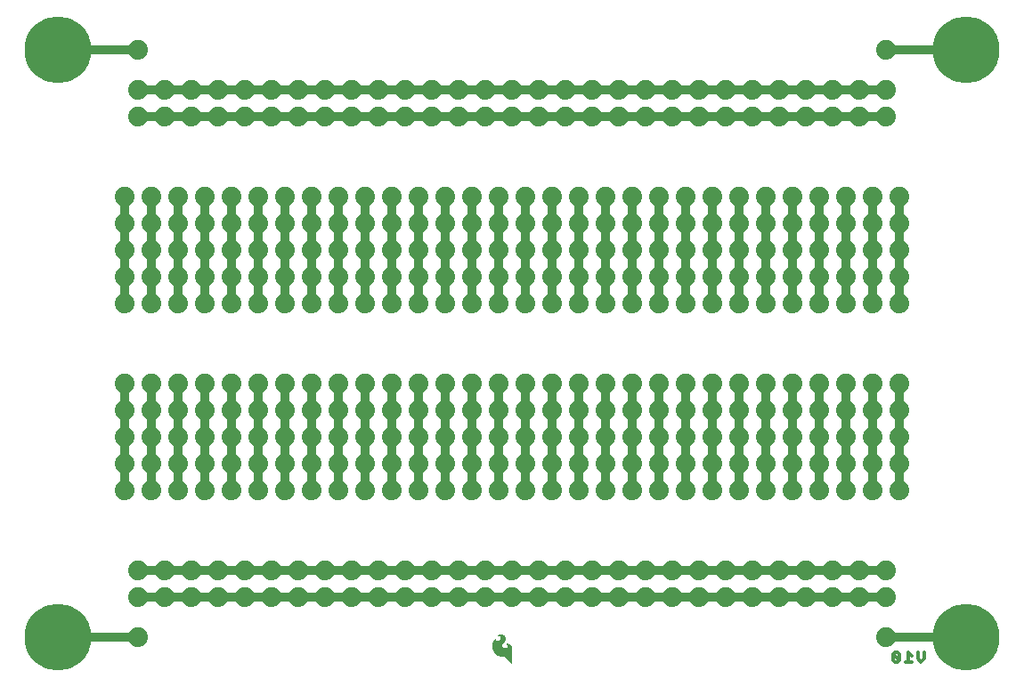
<source format=gbr>
G04 EAGLE Gerber RS-274X export*
G75*
%MOMM*%
%FSLAX34Y34*%
%LPD*%
%INBottom Copper*%
%IPPOS*%
%AMOC8*
5,1,8,0,0,1.08239X$1,22.5*%
G01*
%ADD10C,0.330200*%
%ADD11C,6.350000*%
%ADD12C,1.879600*%
%ADD13C,0.812800*%

G36*
X469944Y12618D02*
X469944Y12618D01*
X469986Y12633D01*
X469988Y12638D01*
X469992Y12640D01*
X470021Y12713D01*
X470025Y12724D01*
X470025Y12725D01*
X470025Y27889D01*
X470023Y27894D01*
X470025Y27900D01*
X469955Y28731D01*
X469949Y28742D01*
X469950Y28757D01*
X469710Y29556D01*
X469702Y29566D01*
X469700Y29580D01*
X469299Y30312D01*
X469289Y30320D01*
X469284Y30333D01*
X468814Y30883D01*
X468803Y30888D01*
X468796Y30900D01*
X468226Y31345D01*
X468214Y31348D01*
X468204Y31358D01*
X467556Y31679D01*
X467544Y31680D01*
X467532Y31688D01*
X466833Y31872D01*
X466822Y31871D01*
X466811Y31876D01*
X465871Y31949D01*
X465862Y31946D01*
X465851Y31949D01*
X464911Y31876D01*
X464907Y31874D01*
X464901Y31875D01*
X464418Y31799D01*
X464379Y31774D01*
X464339Y31753D01*
X464338Y31749D01*
X464335Y31747D01*
X464325Y31702D01*
X464313Y31658D01*
X464315Y31654D01*
X464314Y31650D01*
X464339Y31612D01*
X464363Y31573D01*
X464367Y31572D01*
X464369Y31569D01*
X464410Y31560D01*
X464450Y31548D01*
X464608Y31564D01*
X464746Y31536D01*
X464879Y31465D01*
X465703Y30866D01*
X465821Y30752D01*
X465893Y30614D01*
X465986Y30199D01*
X465986Y29771D01*
X465893Y29355D01*
X465687Y28951D01*
X465374Y28623D01*
X464768Y28258D01*
X464090Y28051D01*
X463379Y28016D01*
X462769Y28113D01*
X462183Y28311D01*
X461640Y28604D01*
X461215Y28969D01*
X460900Y29429D01*
X460714Y29954D01*
X460671Y30510D01*
X460773Y31058D01*
X461013Y31561D01*
X461383Y31996D01*
X461581Y32206D01*
X462176Y32837D01*
X462771Y33468D01*
X462836Y33537D01*
X462839Y33547D01*
X462848Y33553D01*
X464035Y35311D01*
X464037Y35324D01*
X464047Y35334D01*
X464327Y36022D01*
X464326Y36037D01*
X464335Y36052D01*
X464434Y36787D01*
X464430Y36802D01*
X464435Y36819D01*
X464348Y37556D01*
X464340Y37569D01*
X464340Y37587D01*
X464073Y38279D01*
X464062Y38290D01*
X464058Y38307D01*
X463627Y38910D01*
X463617Y38917D01*
X463611Y38929D01*
X462915Y39587D01*
X462907Y39590D01*
X462902Y39598D01*
X462125Y40158D01*
X462115Y40161D01*
X462107Y40169D01*
X461327Y40557D01*
X461315Y40558D01*
X461304Y40566D01*
X460464Y40797D01*
X460452Y40796D01*
X460440Y40802D01*
X459572Y40868D01*
X459562Y40864D01*
X459550Y40868D01*
X458650Y40782D01*
X458641Y40778D01*
X458631Y40779D01*
X457753Y40559D01*
X457745Y40553D01*
X457733Y40552D01*
X457505Y40451D01*
X457149Y40299D01*
X457148Y40299D01*
X456644Y40078D01*
X456634Y40067D01*
X456617Y40062D01*
X456182Y39724D01*
X456179Y39717D01*
X456171Y39713D01*
X456146Y39688D01*
X456143Y39687D01*
X456108Y39595D01*
X456149Y39506D01*
X456234Y39473D01*
X456837Y39473D01*
X457348Y39416D01*
X457838Y39277D01*
X458319Y39022D01*
X458714Y38652D01*
X459000Y38192D01*
X459157Y37673D01*
X459169Y37370D01*
X459110Y37070D01*
X458904Y36576D01*
X458621Y36118D01*
X458270Y35708D01*
X457858Y35354D01*
X456956Y34703D01*
X456468Y34454D01*
X455939Y34356D01*
X455400Y34414D01*
X455226Y34479D01*
X454865Y34727D01*
X454591Y35067D01*
X454547Y35170D01*
X454531Y35290D01*
X454531Y36170D01*
X454514Y36211D01*
X454500Y36253D01*
X454495Y36256D01*
X454493Y36261D01*
X454452Y36277D01*
X454412Y36296D01*
X454406Y36294D01*
X454401Y36296D01*
X454374Y36284D01*
X454325Y36268D01*
X453199Y35347D01*
X453193Y35335D01*
X453181Y35328D01*
X452274Y34191D01*
X452271Y34180D01*
X452262Y34172D01*
X451760Y33238D01*
X451759Y33228D01*
X451753Y33220D01*
X451395Y32223D01*
X451395Y32213D01*
X451390Y32204D01*
X451183Y31165D01*
X451185Y31155D01*
X451184Y31153D01*
X451185Y31153D01*
X451181Y31144D01*
X451121Y29216D01*
X451125Y29205D01*
X451122Y29193D01*
X451410Y27286D01*
X451416Y27276D01*
X451416Y27264D01*
X452044Y25440D01*
X452051Y25431D01*
X452053Y25419D01*
X453000Y23738D01*
X453008Y23732D01*
X453011Y23721D01*
X453896Y22614D01*
X453903Y22611D01*
X453905Y22605D01*
X453906Y22605D01*
X453908Y22601D01*
X454939Y21629D01*
X454947Y21626D01*
X454953Y21618D01*
X456110Y20801D01*
X456120Y20799D01*
X456128Y20791D01*
X457358Y20191D01*
X457369Y20190D01*
X457379Y20182D01*
X458698Y19814D01*
X458709Y19816D01*
X458720Y19810D01*
X460084Y19686D01*
X460089Y19688D01*
X460095Y19686D01*
X462370Y19686D01*
X462738Y19621D01*
X463089Y19494D01*
X464079Y18905D01*
X464933Y18123D01*
X469805Y12641D01*
X469809Y12639D01*
X469811Y12634D01*
X469853Y12618D01*
X469894Y12599D01*
X469898Y12601D01*
X469903Y12599D01*
X469944Y12618D01*
G37*
D10*
X861949Y23757D02*
X861949Y17486D01*
X858814Y14351D01*
X855678Y17486D01*
X855678Y23757D01*
X850255Y20622D02*
X847120Y23757D01*
X847120Y14351D01*
X850255Y14351D02*
X843984Y14351D01*
X838561Y15919D02*
X838561Y22189D01*
X836993Y23757D01*
X833858Y23757D01*
X832290Y22189D01*
X832290Y15919D01*
X833858Y14351D01*
X836993Y14351D01*
X838561Y15919D01*
X832290Y22189D01*
D11*
X38100Y596900D03*
X901700Y596900D03*
X38100Y38100D03*
X901700Y38100D03*
D12*
X228600Y177800D03*
X228600Y203200D03*
X228600Y228600D03*
X228600Y254000D03*
X228600Y279400D03*
X101600Y177800D03*
X101600Y203200D03*
X101600Y228600D03*
X101600Y254000D03*
X101600Y279400D03*
X127000Y177800D03*
X127000Y203200D03*
X127000Y228600D03*
X127000Y254000D03*
X127000Y279400D03*
X152400Y177800D03*
X152400Y203200D03*
X152400Y228600D03*
X152400Y254000D03*
X152400Y279400D03*
X177800Y177800D03*
X177800Y203200D03*
X177800Y228600D03*
X177800Y254000D03*
X177800Y279400D03*
X203200Y177800D03*
X203200Y203200D03*
X203200Y228600D03*
X203200Y254000D03*
X203200Y279400D03*
X254000Y177800D03*
X254000Y203200D03*
X254000Y228600D03*
X254000Y254000D03*
X254000Y279400D03*
X279400Y177800D03*
X279400Y203200D03*
X279400Y228600D03*
X279400Y254000D03*
X279400Y279400D03*
X304800Y177800D03*
X304800Y203200D03*
X304800Y228600D03*
X304800Y254000D03*
X304800Y279400D03*
X330200Y177800D03*
X330200Y203200D03*
X330200Y228600D03*
X330200Y254000D03*
X330200Y279400D03*
X355600Y177800D03*
X355600Y203200D03*
X355600Y228600D03*
X355600Y254000D03*
X355600Y279400D03*
X381000Y177800D03*
X381000Y203200D03*
X381000Y228600D03*
X381000Y254000D03*
X381000Y279400D03*
X406400Y177800D03*
X406400Y203200D03*
X406400Y228600D03*
X406400Y254000D03*
X406400Y279400D03*
X431800Y177800D03*
X431800Y203200D03*
X431800Y228600D03*
X431800Y254000D03*
X431800Y279400D03*
X457200Y177800D03*
X457200Y203200D03*
X457200Y228600D03*
X457200Y254000D03*
X457200Y279400D03*
X482600Y177800D03*
X482600Y203200D03*
X482600Y228600D03*
X482600Y254000D03*
X482600Y279400D03*
X508000Y177800D03*
X508000Y203200D03*
X508000Y228600D03*
X508000Y254000D03*
X508000Y279400D03*
X533400Y177800D03*
X533400Y203200D03*
X533400Y228600D03*
X533400Y254000D03*
X533400Y279400D03*
X558800Y177800D03*
X558800Y203200D03*
X558800Y228600D03*
X558800Y254000D03*
X558800Y279400D03*
X584200Y177800D03*
X584200Y203200D03*
X584200Y228600D03*
X584200Y254000D03*
X584200Y279400D03*
X609600Y177800D03*
X609600Y203200D03*
X609600Y228600D03*
X609600Y254000D03*
X609600Y279400D03*
X635000Y177800D03*
X635000Y203200D03*
X635000Y228600D03*
X635000Y254000D03*
X635000Y279400D03*
X660400Y177800D03*
X660400Y203200D03*
X660400Y228600D03*
X660400Y254000D03*
X660400Y279400D03*
X685800Y177800D03*
X685800Y203200D03*
X685800Y228600D03*
X685800Y254000D03*
X685800Y279400D03*
X711200Y177800D03*
X711200Y203200D03*
X711200Y228600D03*
X711200Y254000D03*
X711200Y279400D03*
X736600Y177800D03*
X736600Y203200D03*
X736600Y228600D03*
X736600Y254000D03*
X736600Y279400D03*
X762000Y177800D03*
X762000Y203200D03*
X762000Y228600D03*
X762000Y254000D03*
X762000Y279400D03*
X787400Y177800D03*
X787400Y203200D03*
X787400Y228600D03*
X787400Y254000D03*
X787400Y279400D03*
X812800Y177800D03*
X812800Y203200D03*
X812800Y228600D03*
X812800Y254000D03*
X812800Y279400D03*
X838200Y177800D03*
X838200Y203200D03*
X838200Y228600D03*
X838200Y254000D03*
X838200Y279400D03*
X101600Y355600D03*
X101600Y381000D03*
X101600Y406400D03*
X101600Y431800D03*
X101600Y457200D03*
X127000Y355600D03*
X127000Y381000D03*
X127000Y406400D03*
X127000Y431800D03*
X127000Y457200D03*
X152400Y355600D03*
X152400Y381000D03*
X152400Y406400D03*
X152400Y431800D03*
X152400Y457200D03*
X177800Y355600D03*
X177800Y381000D03*
X177800Y406400D03*
X177800Y431800D03*
X177800Y457200D03*
X203200Y355600D03*
X203200Y381000D03*
X203200Y406400D03*
X203200Y431800D03*
X203200Y457200D03*
X228600Y355600D03*
X228600Y381000D03*
X228600Y406400D03*
X228600Y431800D03*
X228600Y457200D03*
X254000Y355600D03*
X254000Y381000D03*
X254000Y406400D03*
X254000Y431800D03*
X254000Y457200D03*
X279400Y355600D03*
X279400Y381000D03*
X279400Y406400D03*
X279400Y431800D03*
X279400Y457200D03*
X304800Y355600D03*
X304800Y381000D03*
X304800Y406400D03*
X304800Y431800D03*
X304800Y457200D03*
X330200Y355600D03*
X330200Y381000D03*
X330200Y406400D03*
X330200Y431800D03*
X330200Y457200D03*
X355600Y355600D03*
X355600Y381000D03*
X355600Y406400D03*
X355600Y431800D03*
X355600Y457200D03*
X406400Y355600D03*
X406400Y381000D03*
X406400Y406400D03*
X406400Y431800D03*
X406400Y457200D03*
X381000Y355600D03*
X381000Y381000D03*
X381000Y406400D03*
X381000Y431800D03*
X381000Y457200D03*
X431800Y355600D03*
X431800Y381000D03*
X431800Y406400D03*
X431800Y431800D03*
X431800Y457200D03*
X457200Y355600D03*
X457200Y381000D03*
X457200Y406400D03*
X457200Y431800D03*
X457200Y457200D03*
X482600Y355600D03*
X482600Y381000D03*
X482600Y406400D03*
X482600Y431800D03*
X482600Y457200D03*
X508000Y355600D03*
X508000Y381000D03*
X508000Y406400D03*
X508000Y431800D03*
X508000Y457200D03*
X533400Y355600D03*
X533400Y381000D03*
X533400Y406400D03*
X533400Y431800D03*
X533400Y457200D03*
X558800Y355600D03*
X558800Y381000D03*
X558800Y406400D03*
X558800Y431800D03*
X558800Y457200D03*
X584200Y355600D03*
X584200Y381000D03*
X584200Y406400D03*
X584200Y431800D03*
X584200Y457200D03*
X609600Y355600D03*
X609600Y381000D03*
X609600Y406400D03*
X609600Y431800D03*
X609600Y457200D03*
X635000Y355600D03*
X635000Y381000D03*
X635000Y406400D03*
X635000Y431800D03*
X635000Y457200D03*
X660400Y355600D03*
X660400Y381000D03*
X660400Y406400D03*
X660400Y431800D03*
X660400Y457200D03*
X685800Y355600D03*
X685800Y381000D03*
X685800Y406400D03*
X685800Y431800D03*
X685800Y457200D03*
X711200Y355600D03*
X711200Y381000D03*
X711200Y406400D03*
X711200Y431800D03*
X711200Y457200D03*
X736600Y355600D03*
X736600Y381000D03*
X736600Y406400D03*
X736600Y431800D03*
X736600Y457200D03*
X762000Y355600D03*
X762000Y381000D03*
X762000Y406400D03*
X762000Y431800D03*
X762000Y457200D03*
X787400Y355600D03*
X787400Y381000D03*
X787400Y406400D03*
X787400Y431800D03*
X787400Y457200D03*
X812800Y355600D03*
X812800Y381000D03*
X812800Y406400D03*
X812800Y431800D03*
X812800Y457200D03*
X838200Y355600D03*
X838200Y381000D03*
X838200Y406400D03*
X838200Y431800D03*
X838200Y457200D03*
X114300Y558800D03*
X139700Y558800D03*
X165100Y558800D03*
X190500Y558800D03*
X215900Y558800D03*
X241300Y558800D03*
X266700Y558800D03*
X292100Y558800D03*
X317500Y558800D03*
X342900Y558800D03*
X368300Y558800D03*
X393700Y558800D03*
X419100Y558800D03*
X444500Y558800D03*
X469900Y558800D03*
X495300Y558800D03*
X520700Y558800D03*
X546100Y558800D03*
X571500Y558800D03*
X596900Y558800D03*
X622300Y558800D03*
X647700Y558800D03*
X673100Y558800D03*
X698500Y558800D03*
X723900Y558800D03*
X749300Y558800D03*
X774700Y558800D03*
X800100Y558800D03*
X825500Y558800D03*
X114300Y533400D03*
X139700Y533400D03*
X165100Y533400D03*
X190500Y533400D03*
X215900Y533400D03*
X241300Y533400D03*
X266700Y533400D03*
X292100Y533400D03*
X317500Y533400D03*
X342900Y533400D03*
X368300Y533400D03*
X393700Y533400D03*
X419100Y533400D03*
X444500Y533400D03*
X469900Y533400D03*
X495300Y533400D03*
X520700Y533400D03*
X546100Y533400D03*
X571500Y533400D03*
X596900Y533400D03*
X622300Y533400D03*
X647700Y533400D03*
X673100Y533400D03*
X698500Y533400D03*
X723900Y533400D03*
X749300Y533400D03*
X774700Y533400D03*
X800100Y533400D03*
X825500Y533400D03*
X114300Y101600D03*
X139700Y101600D03*
X165100Y101600D03*
X190500Y101600D03*
X215900Y101600D03*
X241300Y101600D03*
X266700Y101600D03*
X292100Y101600D03*
X317500Y101600D03*
X342900Y101600D03*
X368300Y101600D03*
X393700Y101600D03*
X419100Y101600D03*
X444500Y101600D03*
X469900Y101600D03*
X495300Y101600D03*
X520700Y101600D03*
X546100Y101600D03*
X571500Y101600D03*
X596900Y101600D03*
X622300Y101600D03*
X647700Y101600D03*
X673100Y101600D03*
X698500Y101600D03*
X723900Y101600D03*
X749300Y101600D03*
X774700Y101600D03*
X800100Y101600D03*
X825500Y101600D03*
X114300Y76200D03*
X139700Y76200D03*
X165100Y76200D03*
X190500Y76200D03*
X215900Y76200D03*
X241300Y76200D03*
X266700Y76200D03*
X292100Y76200D03*
X317500Y76200D03*
X342900Y76200D03*
X368300Y76200D03*
X393700Y76200D03*
X419100Y76200D03*
X444500Y76200D03*
X469900Y76200D03*
X495300Y76200D03*
X520700Y76200D03*
X546100Y76200D03*
X571500Y76200D03*
X596900Y76200D03*
X622300Y76200D03*
X647700Y76200D03*
X673100Y76200D03*
X698500Y76200D03*
X723900Y76200D03*
X749300Y76200D03*
X774700Y76200D03*
X800100Y76200D03*
X825500Y76200D03*
X825500Y596900D03*
X114300Y596900D03*
X114300Y38100D03*
X825500Y38100D03*
D13*
X228600Y177800D02*
X228600Y203200D01*
X228600Y228600D01*
X228600Y254000D01*
X228600Y279400D01*
X101600Y279400D02*
X101600Y254000D01*
X101600Y228600D01*
X101600Y203200D01*
X101600Y177800D01*
X127000Y177800D02*
X127000Y203200D01*
X127000Y228600D01*
X127000Y254000D01*
X127000Y279400D01*
X152400Y279400D02*
X152400Y254000D01*
X152400Y228600D01*
X152400Y203200D01*
X152400Y177800D01*
X177800Y177800D02*
X177800Y203200D01*
X177800Y228600D01*
X177800Y254000D01*
X177800Y279400D01*
X203200Y279400D02*
X203200Y254000D01*
X203200Y228600D01*
X203200Y203200D01*
X203200Y177800D01*
X254000Y254000D02*
X254000Y279400D01*
X254000Y254000D02*
X254000Y228600D01*
X254000Y203200D01*
X254000Y177800D01*
X279400Y177800D02*
X279400Y203200D01*
X279400Y228600D01*
X279400Y254000D01*
X279400Y279400D01*
X304800Y279400D02*
X304800Y254000D01*
X304800Y228600D01*
X304800Y203200D01*
X304800Y177800D01*
X330200Y177800D02*
X330200Y203200D01*
X330200Y228600D01*
X330200Y254000D01*
X330200Y279400D01*
X355600Y279400D02*
X355600Y254000D01*
X355600Y228600D01*
X355600Y203200D01*
X355600Y177800D01*
X381000Y177800D02*
X381000Y203200D01*
X381000Y228600D01*
X381000Y254000D01*
X381000Y279400D01*
X406400Y203200D02*
X406400Y177800D01*
X406400Y203200D02*
X406400Y228600D01*
X406400Y254000D01*
X406400Y279400D01*
X431800Y279400D02*
X431800Y254000D01*
X431800Y228600D01*
X431800Y203200D01*
X431800Y177800D01*
X457200Y177800D02*
X457200Y203200D01*
X457200Y228600D01*
X457200Y254000D01*
X457200Y279400D01*
X482600Y279400D02*
X482600Y254000D01*
X482600Y228600D01*
X482600Y203200D01*
X482600Y177800D01*
X508000Y177800D02*
X508000Y203200D01*
X508000Y228600D01*
X508000Y254000D01*
X508000Y279400D01*
X533400Y279400D02*
X533400Y254000D01*
X533400Y228600D01*
X533400Y203200D01*
X533400Y177800D01*
X558800Y177800D02*
X558800Y203200D01*
X558800Y228600D01*
X558800Y254000D01*
X558800Y279400D01*
X584200Y279400D02*
X584200Y254000D01*
X584200Y228600D01*
X584200Y203200D01*
X584200Y177800D01*
X609600Y177800D02*
X609600Y203200D01*
X609600Y228600D01*
X609600Y254000D01*
X609600Y279400D01*
X635000Y279400D02*
X635000Y254000D01*
X635000Y228600D01*
X635000Y203200D01*
X635000Y177800D01*
X660400Y177800D02*
X660400Y203200D01*
X660400Y228600D01*
X660400Y254000D01*
X660400Y279400D01*
X685800Y279400D02*
X685800Y254000D01*
X685800Y228600D01*
X685800Y203200D01*
X685800Y177800D01*
X711200Y177800D02*
X711200Y203200D01*
X711200Y228600D01*
X711200Y254000D01*
X711200Y279400D01*
X736600Y279400D02*
X736600Y254000D01*
X736600Y228600D01*
X736600Y203200D01*
X736600Y177800D01*
X762000Y177800D02*
X762000Y203200D01*
X762000Y228600D01*
X762000Y254000D01*
X762000Y279400D01*
X787400Y279400D02*
X787400Y254000D01*
X787400Y228600D01*
X787400Y203200D01*
X787400Y177800D01*
X812800Y177800D02*
X812800Y203200D01*
X812800Y228600D01*
X812800Y254000D01*
X812800Y279400D01*
X838200Y279400D02*
X838200Y254000D01*
X838200Y228600D01*
X838200Y203200D01*
X838200Y177800D01*
X101600Y431800D02*
X101600Y457200D01*
X101600Y431800D02*
X101600Y406400D01*
X101600Y381000D01*
X101600Y355600D01*
X127000Y355600D02*
X127000Y381000D01*
X127000Y406400D01*
X127000Y431800D01*
X127000Y457200D01*
X152400Y457200D02*
X152400Y431800D01*
X152400Y406400D01*
X152400Y381000D01*
X152400Y355600D01*
X177800Y355600D02*
X177800Y381000D01*
X177800Y406400D01*
X177800Y431800D01*
X177800Y457200D01*
X203200Y457200D02*
X203200Y431800D01*
X203200Y406400D01*
X203200Y381000D01*
X203200Y355600D01*
X228600Y355600D02*
X228600Y381000D01*
X228600Y406400D01*
X228600Y431800D01*
X228600Y457200D01*
X254000Y457200D02*
X254000Y431800D01*
X254000Y406400D01*
X254000Y381000D01*
X254000Y355600D01*
X279400Y355600D02*
X279400Y381000D01*
X279400Y406400D01*
X279400Y431800D01*
X279400Y457200D01*
X304800Y457200D02*
X304800Y431800D01*
X304800Y406400D01*
X304800Y381000D01*
X304800Y355600D01*
X330200Y355600D02*
X330200Y381000D01*
X330200Y406400D01*
X330200Y431800D01*
X330200Y457200D01*
X355600Y457200D02*
X355600Y431800D01*
X355600Y406400D01*
X355600Y381000D01*
X355600Y355600D01*
X406400Y431800D02*
X406400Y457200D01*
X406400Y431800D02*
X406400Y406400D01*
X406400Y381000D01*
X406400Y355600D01*
X381000Y355600D02*
X381000Y381000D01*
X381000Y406400D01*
X381000Y431800D01*
X381000Y457200D01*
X431800Y381000D02*
X431800Y355600D01*
X431800Y381000D02*
X431800Y406400D01*
X431800Y431800D01*
X431800Y457200D01*
X457200Y457200D02*
X457200Y431800D01*
X457200Y406400D01*
X457200Y381000D01*
X457200Y355600D01*
X482600Y355600D02*
X482600Y381000D01*
X482600Y406400D01*
X482600Y431800D01*
X482600Y457200D01*
X508000Y457200D02*
X508000Y431800D01*
X508000Y406400D01*
X508000Y381000D01*
X508000Y355600D01*
X533400Y355600D02*
X533400Y381000D01*
X533400Y406400D01*
X533400Y431800D01*
X533400Y457200D01*
X558800Y457200D02*
X558800Y431800D01*
X558800Y406400D01*
X558800Y381000D01*
X558800Y355600D01*
X584200Y431800D02*
X584200Y457200D01*
X584200Y431800D02*
X584200Y406400D01*
X584200Y381000D01*
X584200Y355600D01*
X609600Y355600D02*
X609600Y381000D01*
X609600Y406400D01*
X609600Y431800D01*
X609600Y457200D01*
X635000Y457200D02*
X635000Y431800D01*
X635000Y406400D01*
X635000Y381000D01*
X635000Y355600D01*
X660400Y355600D02*
X660400Y381000D01*
X660400Y406400D01*
X660400Y431800D01*
X660400Y457200D01*
X685800Y457200D02*
X685800Y431800D01*
X685800Y406400D01*
X685800Y381000D01*
X685800Y355600D01*
X711200Y355600D02*
X711200Y381000D01*
X711200Y406400D01*
X711200Y431800D01*
X711200Y457200D01*
X736600Y457200D02*
X736600Y431800D01*
X736600Y406400D01*
X736600Y381000D01*
X736600Y355600D01*
X762000Y355600D02*
X762000Y381000D01*
X762000Y406400D01*
X762000Y431800D01*
X762000Y457200D01*
X787400Y457200D02*
X787400Y431800D01*
X787400Y406400D01*
X787400Y381000D01*
X787400Y355600D01*
X812800Y355600D02*
X812800Y381000D01*
X812800Y406400D01*
X812800Y431800D01*
X812800Y457200D01*
X838200Y457200D02*
X838200Y431800D01*
X838200Y406400D01*
X838200Y381000D01*
X838200Y355600D01*
X139700Y558800D02*
X114300Y558800D01*
X139700Y558800D02*
X165100Y558800D01*
X190500Y558800D01*
X215900Y558800D01*
X241300Y558800D01*
X266700Y558800D01*
X292100Y558800D01*
X317500Y558800D01*
X342900Y558800D01*
X368300Y558800D01*
X393700Y558800D01*
X419100Y558800D01*
X444500Y558800D01*
X469900Y558800D01*
X495300Y558800D01*
X520700Y558800D01*
X546100Y558800D01*
X571500Y558800D01*
X596900Y558800D01*
X622300Y558800D01*
X647700Y558800D01*
X673100Y558800D01*
X698500Y558800D01*
X723900Y558800D01*
X749300Y558800D01*
X774700Y558800D01*
X800100Y558800D01*
X825500Y558800D01*
X825500Y533400D02*
X800100Y533400D01*
X774700Y533400D01*
X749300Y533400D01*
X723900Y533400D01*
X698500Y533400D01*
X673100Y533400D01*
X647700Y533400D01*
X622300Y533400D01*
X596900Y533400D01*
X571500Y533400D01*
X546100Y533400D01*
X520700Y533400D01*
X495300Y533400D01*
X469900Y533400D01*
X444500Y533400D01*
X139700Y533400D02*
X114300Y533400D01*
X139700Y533400D02*
X165100Y533400D01*
X190500Y533400D01*
X215900Y533400D01*
X241300Y533400D01*
X266700Y533400D01*
X292100Y533400D01*
X317500Y533400D01*
X342900Y533400D01*
X368300Y533400D01*
X393700Y533400D01*
X419100Y533400D01*
X444500Y533400D01*
X139700Y101600D02*
X114300Y101600D01*
X139700Y101600D02*
X165100Y101600D01*
X190500Y101600D01*
X215900Y101600D01*
X241300Y101600D01*
X266700Y101600D01*
X292100Y101600D01*
X317500Y101600D01*
X342900Y101600D01*
X368300Y101600D01*
X393700Y101600D01*
X419100Y101600D01*
X444500Y101600D01*
X469900Y101600D01*
X495300Y101600D01*
X520700Y101600D01*
X800100Y101600D02*
X825500Y101600D01*
X800100Y101600D02*
X774700Y101600D01*
X749300Y101600D01*
X723900Y101600D01*
X698500Y101600D01*
X673100Y101600D01*
X647700Y101600D01*
X622300Y101600D01*
X596900Y101600D01*
X571500Y101600D01*
X546100Y101600D01*
X520700Y101600D01*
X139700Y76200D02*
X114300Y76200D01*
X139700Y76200D02*
X165100Y76200D01*
X190500Y76200D01*
X215900Y76200D01*
X241300Y76200D01*
X266700Y76200D01*
X292100Y76200D01*
X317500Y76200D01*
X342900Y76200D01*
X368300Y76200D01*
X393700Y76200D01*
X419100Y76200D01*
X444500Y76200D01*
X469900Y76200D01*
X495300Y76200D01*
X520700Y76200D01*
X546100Y76200D01*
X571500Y76200D01*
X596900Y76200D01*
X622300Y76200D01*
X647700Y76200D01*
X673100Y76200D01*
X698500Y76200D01*
X723900Y76200D01*
X749300Y76200D01*
X774700Y76200D01*
X800100Y76200D01*
X825500Y76200D01*
X825500Y596900D02*
X901700Y596900D01*
X114300Y596900D02*
X38100Y596900D01*
X38100Y38100D02*
X114300Y38100D01*
X825500Y38100D02*
X901700Y38100D01*
M02*

</source>
